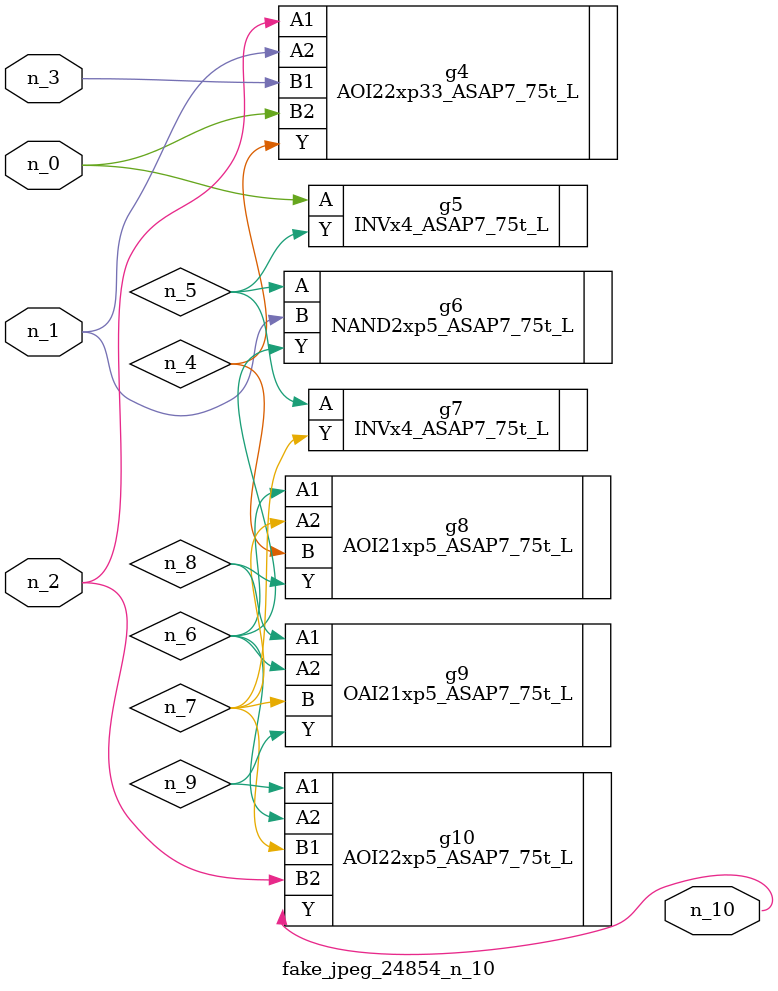
<source format=v>
module fake_jpeg_24854_n_10 (n_0, n_3, n_2, n_1, n_10);

input n_0;
input n_3;
input n_2;
input n_1;

output n_10;

wire n_4;
wire n_8;
wire n_9;
wire n_6;
wire n_5;
wire n_7;

AOI22xp33_ASAP7_75t_L g4 ( 
.A1(n_2),
.A2(n_1),
.B1(n_3),
.B2(n_0),
.Y(n_4)
);

INVx4_ASAP7_75t_L g5 ( 
.A(n_0),
.Y(n_5)
);

NAND2xp5_ASAP7_75t_L g6 ( 
.A(n_5),
.B(n_1),
.Y(n_6)
);

AOI21xp5_ASAP7_75t_L g8 ( 
.A1(n_6),
.A2(n_7),
.B(n_4),
.Y(n_8)
);

INVx4_ASAP7_75t_L g7 ( 
.A(n_5),
.Y(n_7)
);

OAI21xp5_ASAP7_75t_L g9 ( 
.A1(n_8),
.A2(n_6),
.B(n_7),
.Y(n_9)
);

AOI22xp5_ASAP7_75t_L g10 ( 
.A1(n_9),
.A2(n_6),
.B1(n_7),
.B2(n_2),
.Y(n_10)
);


endmodule
</source>
